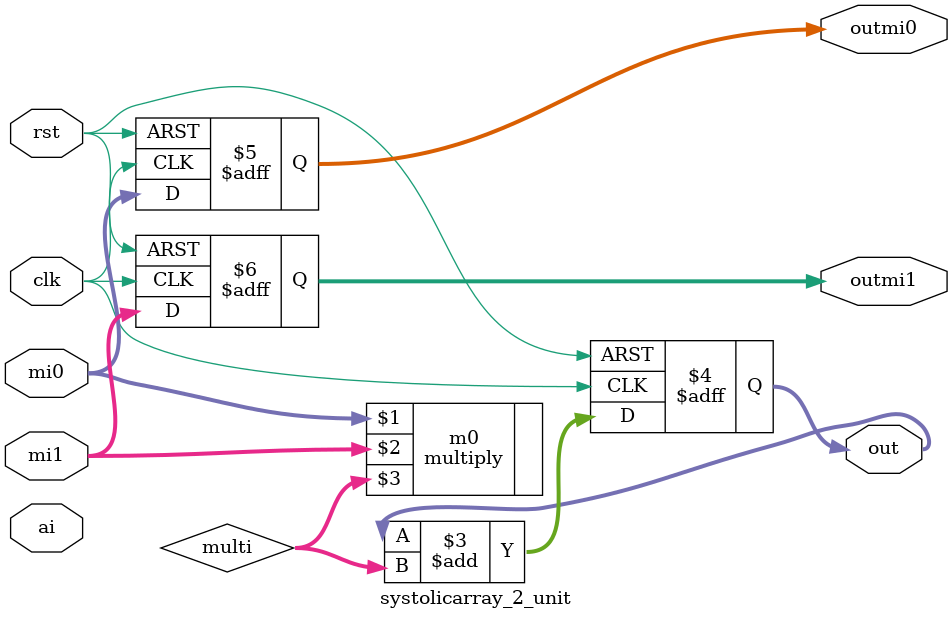
<source format=v>
`timescale 1ns / 1ps

module systolicarray_2_unit(
clk,
rst,
mi0,
mi1,
ai,
outmi0, // outmi0 = mi0;
outmi1, // outmi1 = mi1;
out     // out = out + mi0 * mi1;
    );

parameter size=8;    
parameter decimal=4;

input clk,rst;
input[size-1:0] mi0;
input[size-1:0] mi1;
input[size-1:0] ai;
output reg[size-1:0] out;
output reg[size-1:0] outmi0;
output reg[size-1:0] outmi1;

wire[size-1:0] multi;

multiply #(.width(size),.decimal(decimal)) m0(mi0,mi1,multi);

always@(posedge clk or negedge rst)begin
    if(~rst)begin
        out<=0;
        outmi0<=0;
        outmi1<=0;
    end
    else begin
        out<=out+multi;
        outmi0<=mi0;
        outmi1<=mi1;
    end
end

endmodule

</source>
